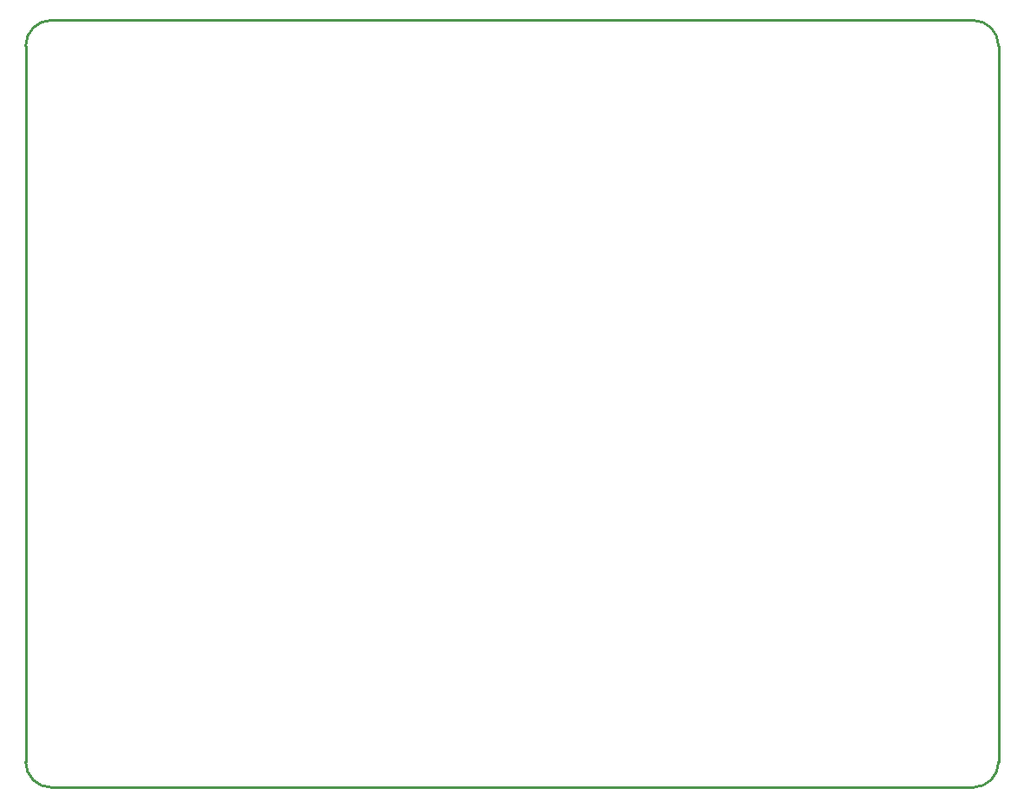
<source format=gko>
G04 Layer: BoardOutline*
G04 EasyEDA v6.4.19.4, 2021-07-14T11:09:17--7:00*
G04 73e50abd1ea448babbb0d4c805b7eb3a,d433bb90ee054a4e8348b136ee7bb52c,10*
G04 Gerber Generator version 0.2*
G04 Scale: 100 percent, Rotated: No, Reflected: No *
G04 Dimensions in inches *
G04 leading zeros omitted , absolute positions ,3 integer and 6 decimal *
%FSLAX36Y36*%
%MOIN*%

%ADD10C,0.0100*%
D10*
X3287401Y2755906D02*
G01*
X3287401Y0D01*
X-452755Y2755906D02*
G01*
X-452755Y0D01*
X-354331Y2854331D02*
G01*
X3188976Y2854331D01*
X-354331Y-98425D02*
G01*
X3188976Y-98425D01*
G75*
G01*
X3287401Y2755906D02*
G03*
X3188976Y2854331I-98425J0D01*
G75*
G01*
X-354331Y2854331D02*
G03*
X-452756Y2755906I0J-98425D01*
G75*
G01*
X3188976Y-98425D02*
G03*
X3287401Y0I0J98425D01*
G75*
G01*
X-452756Y0D02*
G03*
X-354331Y-98425I98425J0D01*

%LPD*%
M02*

</source>
